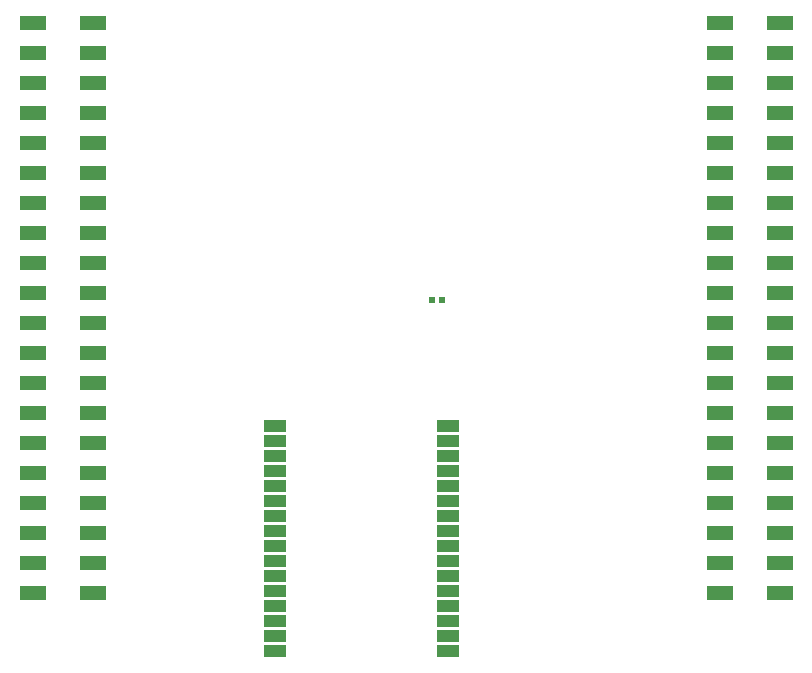
<source format=gbp>
G04*
G04 #@! TF.GenerationSoftware,Altium Limited,Altium Designer,23.11.1 (41)*
G04*
G04 Layer_Color=128*
%FSLAX25Y25*%
%MOIN*%
G70*
G04*
G04 #@! TF.SameCoordinates,3206F265-2646-4181-9204-0E6D39A93BEF*
G04*
G04*
G04 #@! TF.FilePolarity,Positive*
G04*
G01*
G75*
G04:AMPARAMS|DCode=22|XSize=21.65mil|YSize=19.68mil|CornerRadius=2.46mil|HoleSize=0mil|Usage=FLASHONLY|Rotation=90.000|XOffset=0mil|YOffset=0mil|HoleType=Round|Shape=RoundedRectangle|*
%AMROUNDEDRECTD22*
21,1,0.02165,0.01476,0,0,90.0*
21,1,0.01673,0.01968,0,0,90.0*
1,1,0.00492,0.00738,0.00837*
1,1,0.00492,0.00738,-0.00837*
1,1,0.00492,-0.00738,-0.00837*
1,1,0.00492,-0.00738,0.00837*
%
%ADD22ROUNDEDRECTD22*%
%ADD84R,0.09016X0.05000*%
%ADD85R,0.07480X0.04213*%
D22*
X205000Y179500D02*
D03*
X208543D02*
D03*
D84*
X72018Y271800D02*
D03*
X91900D02*
D03*
X72018Y261800D02*
D03*
X91900D02*
D03*
X72018Y251800D02*
D03*
X91900D02*
D03*
X72018Y241800D02*
D03*
X91900D02*
D03*
X72018Y231800D02*
D03*
X91900D02*
D03*
X72018Y221800D02*
D03*
X91900D02*
D03*
X72018Y211800D02*
D03*
X91900D02*
D03*
X72018Y201800D02*
D03*
X91900D02*
D03*
X72018Y191800D02*
D03*
X91900D02*
D03*
X72018Y181800D02*
D03*
X91900D02*
D03*
X72018Y171800D02*
D03*
X91900D02*
D03*
X72018Y161800D02*
D03*
X91900D02*
D03*
X72018Y151800D02*
D03*
X91900D02*
D03*
X72018Y141800D02*
D03*
X91900D02*
D03*
X72018Y131800D02*
D03*
X91900D02*
D03*
X72018Y121800D02*
D03*
X91900D02*
D03*
X72018Y111800D02*
D03*
X91900D02*
D03*
X72018Y101800D02*
D03*
X91900D02*
D03*
X72018Y91800D02*
D03*
X91900D02*
D03*
X72018Y81800D02*
D03*
X91900D02*
D03*
X320941Y81800D02*
D03*
X301059D02*
D03*
X320941Y91800D02*
D03*
X301059D02*
D03*
X320941Y101800D02*
D03*
X301059D02*
D03*
X320941Y111800D02*
D03*
X301059D02*
D03*
X320941Y121800D02*
D03*
X301059D02*
D03*
X320941Y131800D02*
D03*
X301059D02*
D03*
X320941Y141800D02*
D03*
X301059D02*
D03*
X320941Y151800D02*
D03*
X301059D02*
D03*
X320941Y161800D02*
D03*
X301059D02*
D03*
X320941Y171800D02*
D03*
X301059D02*
D03*
X320941Y181800D02*
D03*
X301059D02*
D03*
X320941Y191800D02*
D03*
X301059D02*
D03*
X320941Y201800D02*
D03*
X301059D02*
D03*
X320941Y211800D02*
D03*
X301059D02*
D03*
X320941Y221800D02*
D03*
X301059D02*
D03*
X320941Y231800D02*
D03*
X301059D02*
D03*
X320941Y241800D02*
D03*
X301059D02*
D03*
X320941Y251800D02*
D03*
X301059D02*
D03*
X320941Y261800D02*
D03*
X301059D02*
D03*
X320941Y271800D02*
D03*
X301059D02*
D03*
D85*
X152762Y102700D02*
D03*
Y97700D02*
D03*
Y92700D02*
D03*
Y87700D02*
D03*
Y82700D02*
D03*
Y77700D02*
D03*
X210400Y62700D02*
D03*
Y67700D02*
D03*
X152762Y72700D02*
D03*
X210400Y77700D02*
D03*
Y82700D02*
D03*
Y87700D02*
D03*
Y92700D02*
D03*
Y97700D02*
D03*
Y102700D02*
D03*
Y107700D02*
D03*
Y112700D02*
D03*
Y117700D02*
D03*
Y122700D02*
D03*
X152762Y67700D02*
D03*
X210400Y127700D02*
D03*
Y132700D02*
D03*
Y137700D02*
D03*
X152762D02*
D03*
Y132700D02*
D03*
Y127700D02*
D03*
Y122700D02*
D03*
Y117700D02*
D03*
Y112700D02*
D03*
Y107700D02*
D03*
Y62700D02*
D03*
X210400Y72700D02*
D03*
M02*

</source>
